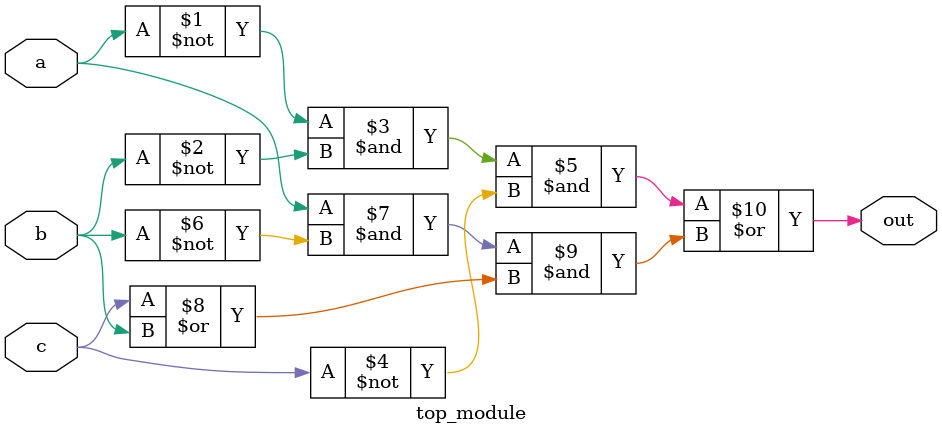
<source format=sv>
module top_module(
	input a, 
	input b,
	input c,
	output out
);

// Implementing the Karnaugh map logic
assign out = (~a & ~b & ~c) | (a & ~b & (c | b));

endmodule

</source>
